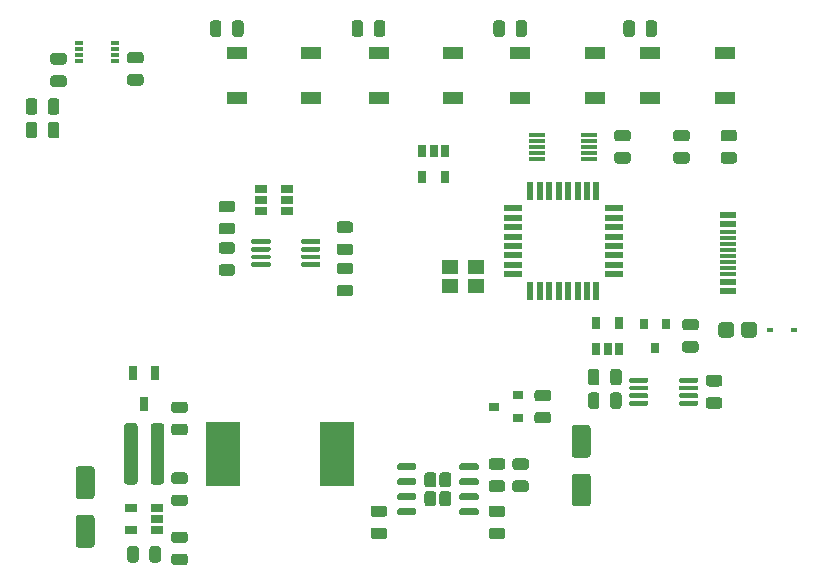
<source format=gbr>
%TF.GenerationSoftware,KiCad,Pcbnew,(5.99.0-2671-gfc0a358ba)*%
%TF.CreationDate,2020-08-29T02:36:00+05:30*%
%TF.ProjectId,Power_Supply,506f7765-725f-4537-9570-706c792e6b69,rev?*%
%TF.SameCoordinates,Original*%
%TF.FileFunction,Paste,Top*%
%TF.FilePolarity,Positive*%
%FSLAX46Y46*%
G04 Gerber Fmt 4.6, Leading zero omitted, Abs format (unit mm)*
G04 Created by KiCad (PCBNEW (5.99.0-2671-gfc0a358ba)) date 2020-08-29 02:36:00*
%MOMM*%
%LPD*%
G01*
G04 APERTURE LIST*
%ADD10R,1.400000X1.150000*%
%ADD11R,1.600000X0.550000*%
%ADD12R,0.550000X1.600000*%
%ADD13R,0.900000X0.800000*%
%ADD14R,1.700000X1.000000*%
%ADD15R,0.600000X0.450000*%
%ADD16R,0.800000X0.300000*%
%ADD17R,1.400000X0.300000*%
%ADD18R,1.450000X0.600000*%
%ADD19R,1.450000X0.300000*%
%ADD20R,2.900000X5.400000*%
%ADD21R,0.800000X0.900000*%
%ADD22R,1.060000X0.650000*%
%ADD23R,0.650000X1.060000*%
%ADD24R,0.650000X1.220000*%
G04 APERTURE END LIST*
%TO.C,C27*%
G36*
G01*
X55706250Y-19825000D02*
X54793750Y-19825000D01*
G75*
G02*
X54550000Y-19581250I0J243750D01*
G01*
X54550000Y-19093750D01*
G75*
G02*
X54793750Y-18850000I243750J0D01*
G01*
X55706250Y-18850000D01*
G75*
G02*
X55950000Y-19093750I0J-243750D01*
G01*
X55950000Y-19581250D01*
G75*
G02*
X55706250Y-19825000I-243750J0D01*
G01*
G37*
G36*
G01*
X55706250Y-17950000D02*
X54793750Y-17950000D01*
G75*
G02*
X54550000Y-17706250I0J243750D01*
G01*
X54550000Y-17218750D01*
G75*
G02*
X54793750Y-16975000I243750J0D01*
G01*
X55706250Y-16975000D01*
G75*
G02*
X55950000Y-17218750I0J-243750D01*
G01*
X55950000Y-17706250D01*
G75*
G02*
X55706250Y-17950000I-243750J0D01*
G01*
G37*
%TD*%
%TO.C,C29*%
G36*
G01*
X49206250Y-19925000D02*
X48293750Y-19925000D01*
G75*
G02*
X48050000Y-19681250I0J243750D01*
G01*
X48050000Y-19193750D01*
G75*
G02*
X48293750Y-18950000I243750J0D01*
G01*
X49206250Y-18950000D01*
G75*
G02*
X49450000Y-19193750I0J-243750D01*
G01*
X49450000Y-19681250D01*
G75*
G02*
X49206250Y-19925000I-243750J0D01*
G01*
G37*
G36*
G01*
X49206250Y-18050000D02*
X48293750Y-18050000D01*
G75*
G02*
X48050000Y-17806250I0J243750D01*
G01*
X48050000Y-17318750D01*
G75*
G02*
X48293750Y-17075000I243750J0D01*
G01*
X49206250Y-17075000D01*
G75*
G02*
X49450000Y-17318750I0J-243750D01*
G01*
X49450000Y-17806250D01*
G75*
G02*
X49206250Y-18050000I-243750J0D01*
G01*
G37*
%TD*%
%TO.C,R20*%
G36*
G01*
X73456250Y-34175000D02*
X72543750Y-34175000D01*
G75*
G02*
X72300000Y-33931250I0J243750D01*
G01*
X72300000Y-33443750D01*
G75*
G02*
X72543750Y-33200000I243750J0D01*
G01*
X73456250Y-33200000D01*
G75*
G02*
X73700000Y-33443750I0J-243750D01*
G01*
X73700000Y-33931250D01*
G75*
G02*
X73456250Y-34175000I-243750J0D01*
G01*
G37*
G36*
G01*
X73456250Y-32300000D02*
X72543750Y-32300000D01*
G75*
G02*
X72300000Y-32056250I0J243750D01*
G01*
X72300000Y-31568750D01*
G75*
G02*
X72543750Y-31325000I243750J0D01*
G01*
X73456250Y-31325000D01*
G75*
G02*
X73700000Y-31568750I0J-243750D01*
G01*
X73700000Y-32056250D01*
G75*
G02*
X73456250Y-32300000I-243750J0D01*
G01*
G37*
%TD*%
%TO.C,C6*%
G36*
G01*
X76326250Y-58225000D02*
X75413750Y-58225000D01*
G75*
G02*
X75170000Y-57981250I0J243750D01*
G01*
X75170000Y-57493750D01*
G75*
G02*
X75413750Y-57250000I243750J0D01*
G01*
X76326250Y-57250000D01*
G75*
G02*
X76570000Y-57493750I0J-243750D01*
G01*
X76570000Y-57981250D01*
G75*
G02*
X76326250Y-58225000I-243750J0D01*
G01*
G37*
G36*
G01*
X76326250Y-56350000D02*
X75413750Y-56350000D01*
G75*
G02*
X75170000Y-56106250I0J243750D01*
G01*
X75170000Y-55618750D01*
G75*
G02*
X75413750Y-55375000I243750J0D01*
G01*
X76326250Y-55375000D01*
G75*
G02*
X76570000Y-55618750I0J-243750D01*
G01*
X76570000Y-56106250D01*
G75*
G02*
X76326250Y-56350000I-243750J0D01*
G01*
G37*
%TD*%
%TO.C,R23*%
G36*
G01*
X93575000Y-44956250D02*
X93575000Y-44043750D01*
G75*
G02*
X93818750Y-43800000I243750J0D01*
G01*
X94306250Y-43800000D01*
G75*
G02*
X94550000Y-44043750I0J-243750D01*
G01*
X94550000Y-44956250D01*
G75*
G02*
X94306250Y-45200000I-243750J0D01*
G01*
X93818750Y-45200000D01*
G75*
G02*
X93575000Y-44956250I0J243750D01*
G01*
G37*
G36*
G01*
X95450000Y-44956250D02*
X95450000Y-44043750D01*
G75*
G02*
X95693750Y-43800000I243750J0D01*
G01*
X96181250Y-43800000D01*
G75*
G02*
X96425000Y-44043750I0J-243750D01*
G01*
X96425000Y-44956250D01*
G75*
G02*
X96181250Y-45200000I-243750J0D01*
G01*
X95693750Y-45200000D01*
G75*
G02*
X95450000Y-44956250I0J243750D01*
G01*
G37*
%TD*%
%TO.C,R16*%
G36*
G01*
X62543750Y-33075000D02*
X63456250Y-33075000D01*
G75*
G02*
X63700000Y-33318750I0J-243750D01*
G01*
X63700000Y-33806250D01*
G75*
G02*
X63456250Y-34050000I-243750J0D01*
G01*
X62543750Y-34050000D01*
G75*
G02*
X62300000Y-33806250I0J243750D01*
G01*
X62300000Y-33318750D01*
G75*
G02*
X62543750Y-33075000I243750J0D01*
G01*
G37*
G36*
G01*
X62543750Y-34950000D02*
X63456250Y-34950000D01*
G75*
G02*
X63700000Y-35193750I0J-243750D01*
G01*
X63700000Y-35681250D01*
G75*
G02*
X63456250Y-35925000I-243750J0D01*
G01*
X62543750Y-35925000D01*
G75*
G02*
X62300000Y-35681250I0J243750D01*
G01*
X62300000Y-35193750D01*
G75*
G02*
X62543750Y-34950000I243750J0D01*
G01*
G37*
%TD*%
%TO.C,C18*%
G36*
G01*
X59456250Y-55425000D02*
X58543750Y-55425000D01*
G75*
G02*
X58300000Y-55181250I0J243750D01*
G01*
X58300000Y-54693750D01*
G75*
G02*
X58543750Y-54450000I243750J0D01*
G01*
X59456250Y-54450000D01*
G75*
G02*
X59700000Y-54693750I0J-243750D01*
G01*
X59700000Y-55181250D01*
G75*
G02*
X59456250Y-55425000I-243750J0D01*
G01*
G37*
G36*
G01*
X59456250Y-53550000D02*
X58543750Y-53550000D01*
G75*
G02*
X58300000Y-53306250I0J243750D01*
G01*
X58300000Y-52818750D01*
G75*
G02*
X58543750Y-52575000I243750J0D01*
G01*
X59456250Y-52575000D01*
G75*
G02*
X59700000Y-52818750I0J-243750D01*
G01*
X59700000Y-53306250D01*
G75*
G02*
X59456250Y-53550000I-243750J0D01*
G01*
G37*
%TD*%
D10*
%TO.C,Y1*%
X81900000Y-36800000D03*
X84100000Y-36800000D03*
X84100000Y-35200000D03*
X81900000Y-35200000D03*
%TD*%
%TO.C,U4*%
G36*
G01*
X70925000Y-34875000D02*
X70925000Y-35075000D01*
G75*
G02*
X70825000Y-35175000I-100000J0D01*
G01*
X69400000Y-35175000D01*
G75*
G02*
X69300000Y-35075000I0J100000D01*
G01*
X69300000Y-34875000D01*
G75*
G02*
X69400000Y-34775000I100000J0D01*
G01*
X70825000Y-34775000D01*
G75*
G02*
X70925000Y-34875000I0J-100000D01*
G01*
G37*
G36*
G01*
X70925000Y-34225000D02*
X70925000Y-34425000D01*
G75*
G02*
X70825000Y-34525000I-100000J0D01*
G01*
X69400000Y-34525000D01*
G75*
G02*
X69300000Y-34425000I0J100000D01*
G01*
X69300000Y-34225000D01*
G75*
G02*
X69400000Y-34125000I100000J0D01*
G01*
X70825000Y-34125000D01*
G75*
G02*
X70925000Y-34225000I0J-100000D01*
G01*
G37*
G36*
G01*
X70925000Y-33575000D02*
X70925000Y-33775000D01*
G75*
G02*
X70825000Y-33875000I-100000J0D01*
G01*
X69400000Y-33875000D01*
G75*
G02*
X69300000Y-33775000I0J100000D01*
G01*
X69300000Y-33575000D01*
G75*
G02*
X69400000Y-33475000I100000J0D01*
G01*
X70825000Y-33475000D01*
G75*
G02*
X70925000Y-33575000I0J-100000D01*
G01*
G37*
G36*
G01*
X70925000Y-32925000D02*
X70925000Y-33125000D01*
G75*
G02*
X70825000Y-33225000I-100000J0D01*
G01*
X69400000Y-33225000D01*
G75*
G02*
X69300000Y-33125000I0J100000D01*
G01*
X69300000Y-32925000D01*
G75*
G02*
X69400000Y-32825000I100000J0D01*
G01*
X70825000Y-32825000D01*
G75*
G02*
X70925000Y-32925000I0J-100000D01*
G01*
G37*
G36*
G01*
X66700000Y-32925000D02*
X66700000Y-33125000D01*
G75*
G02*
X66600000Y-33225000I-100000J0D01*
G01*
X65175000Y-33225000D01*
G75*
G02*
X65075000Y-33125000I0J100000D01*
G01*
X65075000Y-32925000D01*
G75*
G02*
X65175000Y-32825000I100000J0D01*
G01*
X66600000Y-32825000D01*
G75*
G02*
X66700000Y-32925000I0J-100000D01*
G01*
G37*
G36*
G01*
X66700000Y-33575000D02*
X66700000Y-33775000D01*
G75*
G02*
X66600000Y-33875000I-100000J0D01*
G01*
X65175000Y-33875000D01*
G75*
G02*
X65075000Y-33775000I0J100000D01*
G01*
X65075000Y-33575000D01*
G75*
G02*
X65175000Y-33475000I100000J0D01*
G01*
X66600000Y-33475000D01*
G75*
G02*
X66700000Y-33575000I0J-100000D01*
G01*
G37*
G36*
G01*
X66700000Y-34225000D02*
X66700000Y-34425000D01*
G75*
G02*
X66600000Y-34525000I-100000J0D01*
G01*
X65175000Y-34525000D01*
G75*
G02*
X65075000Y-34425000I0J100000D01*
G01*
X65075000Y-34225000D01*
G75*
G02*
X65175000Y-34125000I100000J0D01*
G01*
X66600000Y-34125000D01*
G75*
G02*
X66700000Y-34225000I0J-100000D01*
G01*
G37*
G36*
G01*
X66700000Y-34875000D02*
X66700000Y-35075000D01*
G75*
G02*
X66600000Y-35175000I-100000J0D01*
G01*
X65175000Y-35175000D01*
G75*
G02*
X65075000Y-35075000I0J100000D01*
G01*
X65075000Y-34875000D01*
G75*
G02*
X65175000Y-34775000I100000J0D01*
G01*
X66600000Y-34775000D01*
G75*
G02*
X66700000Y-34875000I0J-100000D01*
G01*
G37*
%TD*%
D11*
%TO.C,U2*%
X87250000Y-30200000D03*
X87250000Y-31000000D03*
X87250000Y-31800000D03*
X87250000Y-32600000D03*
X87250000Y-33400000D03*
X87250000Y-34200000D03*
X87250000Y-35000000D03*
X87250000Y-35800000D03*
D12*
X88700000Y-37250000D03*
X89500000Y-37250000D03*
X90300000Y-37250000D03*
X91100000Y-37250000D03*
X91900000Y-37250000D03*
X92700000Y-37250000D03*
X93500000Y-37250000D03*
X94300000Y-37250000D03*
D11*
X95750000Y-35800000D03*
X95750000Y-35000000D03*
X95750000Y-34200000D03*
X95750000Y-33400000D03*
X95750000Y-32600000D03*
X95750000Y-31800000D03*
X95750000Y-31000000D03*
X95750000Y-30200000D03*
D12*
X94300000Y-28750000D03*
X93500000Y-28750000D03*
X92700000Y-28750000D03*
X91900000Y-28750000D03*
X91100000Y-28750000D03*
X90300000Y-28750000D03*
X89500000Y-28750000D03*
X88700000Y-28750000D03*
%TD*%
%TO.C,C28*%
G36*
G01*
X48825000Y-21143750D02*
X48825000Y-22056250D01*
G75*
G02*
X48581250Y-22300000I-243750J0D01*
G01*
X48093750Y-22300000D01*
G75*
G02*
X47850000Y-22056250I0J243750D01*
G01*
X47850000Y-21143750D01*
G75*
G02*
X48093750Y-20900000I243750J0D01*
G01*
X48581250Y-20900000D01*
G75*
G02*
X48825000Y-21143750I0J-243750D01*
G01*
G37*
G36*
G01*
X46950000Y-21143750D02*
X46950000Y-22056250D01*
G75*
G02*
X46706250Y-22300000I-243750J0D01*
G01*
X46218750Y-22300000D01*
G75*
G02*
X45975000Y-22056250I0J243750D01*
G01*
X45975000Y-21143750D01*
G75*
G02*
X46218750Y-20900000I243750J0D01*
G01*
X46706250Y-20900000D01*
G75*
G02*
X46950000Y-21143750I0J-243750D01*
G01*
G37*
%TD*%
D13*
%TO.C,Q2*%
X87620000Y-47950000D03*
X87620000Y-46050000D03*
X85620000Y-47000000D03*
%TD*%
%TO.C,C4*%
G36*
G01*
X86326250Y-58225000D02*
X85413750Y-58225000D01*
G75*
G02*
X85170000Y-57981250I0J243750D01*
G01*
X85170000Y-57493750D01*
G75*
G02*
X85413750Y-57250000I243750J0D01*
G01*
X86326250Y-57250000D01*
G75*
G02*
X86570000Y-57493750I0J-243750D01*
G01*
X86570000Y-57981250D01*
G75*
G02*
X86326250Y-58225000I-243750J0D01*
G01*
G37*
G36*
G01*
X86326250Y-56350000D02*
X85413750Y-56350000D01*
G75*
G02*
X85170000Y-56106250I0J243750D01*
G01*
X85170000Y-55618750D01*
G75*
G02*
X85413750Y-55375000I243750J0D01*
G01*
X86326250Y-55375000D01*
G75*
G02*
X86570000Y-55618750I0J-243750D01*
G01*
X86570000Y-56106250D01*
G75*
G02*
X86326250Y-56350000I-243750J0D01*
G01*
G37*
%TD*%
D14*
%TO.C,SW2*%
X87850000Y-17100000D03*
X94150000Y-17100000D03*
X94150000Y-20900000D03*
X87850000Y-20900000D03*
%TD*%
D15*
%TO.C,D4*%
X108950000Y-40500000D03*
X111050000Y-40500000D03*
%TD*%
%TO.C,R21*%
G36*
G01*
X101793750Y-39575000D02*
X102706250Y-39575000D01*
G75*
G02*
X102950000Y-39818750I0J-243750D01*
G01*
X102950000Y-40306250D01*
G75*
G02*
X102706250Y-40550000I-243750J0D01*
G01*
X101793750Y-40550000D01*
G75*
G02*
X101550000Y-40306250I0J243750D01*
G01*
X101550000Y-39818750D01*
G75*
G02*
X101793750Y-39575000I243750J0D01*
G01*
G37*
G36*
G01*
X101793750Y-41450000D02*
X102706250Y-41450000D01*
G75*
G02*
X102950000Y-41693750I0J-243750D01*
G01*
X102950000Y-42181250D01*
G75*
G02*
X102706250Y-42425000I-243750J0D01*
G01*
X101793750Y-42425000D01*
G75*
G02*
X101550000Y-42181250I0J243750D01*
G01*
X101550000Y-41693750D01*
G75*
G02*
X101793750Y-41450000I243750J0D01*
G01*
G37*
%TD*%
%TO.C,R13*%
G36*
G01*
X54300000Y-53350000D02*
X54300000Y-48650000D01*
G75*
G02*
X54550000Y-48400000I250000J0D01*
G01*
X55200000Y-48400000D01*
G75*
G02*
X55450000Y-48650000I0J-250000D01*
G01*
X55450000Y-53350000D01*
G75*
G02*
X55200000Y-53600000I-250000J0D01*
G01*
X54550000Y-53600000D01*
G75*
G02*
X54300000Y-53350000I0J250000D01*
G01*
G37*
G36*
G01*
X56550000Y-53350000D02*
X56550000Y-48650000D01*
G75*
G02*
X56800000Y-48400000I250000J0D01*
G01*
X57450000Y-48400000D01*
G75*
G02*
X57700000Y-48650000I0J-250000D01*
G01*
X57700000Y-53350000D01*
G75*
G02*
X57450000Y-53600000I-250000J0D01*
G01*
X56800000Y-53600000D01*
G75*
G02*
X56550000Y-53350000I0J250000D01*
G01*
G37*
%TD*%
%TO.C,R10*%
G36*
G01*
X61575000Y-15456250D02*
X61575000Y-14543750D01*
G75*
G02*
X61818750Y-14300000I243750J0D01*
G01*
X62306250Y-14300000D01*
G75*
G02*
X62550000Y-14543750I0J-243750D01*
G01*
X62550000Y-15456250D01*
G75*
G02*
X62306250Y-15700000I-243750J0D01*
G01*
X61818750Y-15700000D01*
G75*
G02*
X61575000Y-15456250I0J243750D01*
G01*
G37*
G36*
G01*
X63450000Y-15456250D02*
X63450000Y-14543750D01*
G75*
G02*
X63693750Y-14300000I243750J0D01*
G01*
X64181250Y-14300000D01*
G75*
G02*
X64425000Y-14543750I0J-243750D01*
G01*
X64425000Y-15456250D01*
G75*
G02*
X64181250Y-15700000I-243750J0D01*
G01*
X63693750Y-15700000D01*
G75*
G02*
X63450000Y-15456250I0J243750D01*
G01*
G37*
%TD*%
%TO.C,C1*%
G36*
G01*
X85413750Y-51375000D02*
X86326250Y-51375000D01*
G75*
G02*
X86570000Y-51618750I0J-243750D01*
G01*
X86570000Y-52106250D01*
G75*
G02*
X86326250Y-52350000I-243750J0D01*
G01*
X85413750Y-52350000D01*
G75*
G02*
X85170000Y-52106250I0J243750D01*
G01*
X85170000Y-51618750D01*
G75*
G02*
X85413750Y-51375000I243750J0D01*
G01*
G37*
G36*
G01*
X85413750Y-53250000D02*
X86326250Y-53250000D01*
G75*
G02*
X86570000Y-53493750I0J-243750D01*
G01*
X86570000Y-53981250D01*
G75*
G02*
X86326250Y-54225000I-243750J0D01*
G01*
X85413750Y-54225000D01*
G75*
G02*
X85170000Y-53981250I0J243750D01*
G01*
X85170000Y-53493750D01*
G75*
G02*
X85413750Y-53250000I243750J0D01*
G01*
G37*
%TD*%
%TO.C,C20*%
G36*
G01*
X54575000Y-59956250D02*
X54575000Y-59043750D01*
G75*
G02*
X54818750Y-58800000I243750J0D01*
G01*
X55306250Y-58800000D01*
G75*
G02*
X55550000Y-59043750I0J-243750D01*
G01*
X55550000Y-59956250D01*
G75*
G02*
X55306250Y-60200000I-243750J0D01*
G01*
X54818750Y-60200000D01*
G75*
G02*
X54575000Y-59956250I0J243750D01*
G01*
G37*
G36*
G01*
X56450000Y-59956250D02*
X56450000Y-59043750D01*
G75*
G02*
X56693750Y-58800000I243750J0D01*
G01*
X57181250Y-58800000D01*
G75*
G02*
X57425000Y-59043750I0J-243750D01*
G01*
X57425000Y-59956250D01*
G75*
G02*
X57181250Y-60200000I-243750J0D01*
G01*
X56693750Y-60200000D01*
G75*
G02*
X56450000Y-59956250I0J243750D01*
G01*
G37*
%TD*%
%TO.C,R6*%
G36*
G01*
X73575000Y-15456250D02*
X73575000Y-14543750D01*
G75*
G02*
X73818750Y-14300000I243750J0D01*
G01*
X74306250Y-14300000D01*
G75*
G02*
X74550000Y-14543750I0J-243750D01*
G01*
X74550000Y-15456250D01*
G75*
G02*
X74306250Y-15700000I-243750J0D01*
G01*
X73818750Y-15700000D01*
G75*
G02*
X73575000Y-15456250I0J243750D01*
G01*
G37*
G36*
G01*
X75450000Y-15456250D02*
X75450000Y-14543750D01*
G75*
G02*
X75693750Y-14300000I243750J0D01*
G01*
X76181250Y-14300000D01*
G75*
G02*
X76425000Y-14543750I0J-243750D01*
G01*
X76425000Y-15456250D01*
G75*
G02*
X76181250Y-15700000I-243750J0D01*
G01*
X75693750Y-15700000D01*
G75*
G02*
X75450000Y-15456250I0J243750D01*
G01*
G37*
%TD*%
D14*
%TO.C,SW1*%
X75850000Y-17100000D03*
X82150000Y-17100000D03*
X75850000Y-20900000D03*
X82150000Y-20900000D03*
%TD*%
%TO.C,R18*%
G36*
G01*
X59456250Y-60425000D02*
X58543750Y-60425000D01*
G75*
G02*
X58300000Y-60181250I0J243750D01*
G01*
X58300000Y-59693750D01*
G75*
G02*
X58543750Y-59450000I243750J0D01*
G01*
X59456250Y-59450000D01*
G75*
G02*
X59700000Y-59693750I0J-243750D01*
G01*
X59700000Y-60181250D01*
G75*
G02*
X59456250Y-60425000I-243750J0D01*
G01*
G37*
G36*
G01*
X59456250Y-58550000D02*
X58543750Y-58550000D01*
G75*
G02*
X58300000Y-58306250I0J243750D01*
G01*
X58300000Y-57818750D01*
G75*
G02*
X58543750Y-57575000I243750J0D01*
G01*
X59456250Y-57575000D01*
G75*
G02*
X59700000Y-57818750I0J-243750D01*
G01*
X59700000Y-58306250D01*
G75*
G02*
X59456250Y-58550000I-243750J0D01*
G01*
G37*
%TD*%
D16*
%TO.C,U9*%
X53550000Y-17750000D03*
X53550000Y-17250000D03*
X53550000Y-16750000D03*
X53550000Y-16250000D03*
X50450000Y-16250000D03*
X50450000Y-16750000D03*
X50450000Y-17250000D03*
X50450000Y-17750000D03*
%TD*%
%TO.C,C7*%
G36*
G01*
X51550000Y-58950000D02*
X50450000Y-58950000D01*
G75*
G02*
X50200000Y-58700000I0J250000D01*
G01*
X50200000Y-56425000D01*
G75*
G02*
X50450000Y-56175000I250000J0D01*
G01*
X51550000Y-56175000D01*
G75*
G02*
X51800000Y-56425000I0J-250000D01*
G01*
X51800000Y-58700000D01*
G75*
G02*
X51550000Y-58950000I-250000J0D01*
G01*
G37*
G36*
G01*
X51550000Y-54825000D02*
X50450000Y-54825000D01*
G75*
G02*
X50200000Y-54575000I0J250000D01*
G01*
X50200000Y-52300000D01*
G75*
G02*
X50450000Y-52050000I250000J0D01*
G01*
X51550000Y-52050000D01*
G75*
G02*
X51800000Y-52300000I0J-250000D01*
G01*
X51800000Y-54575000D01*
G75*
G02*
X51550000Y-54825000I-250000J0D01*
G01*
G37*
%TD*%
%TO.C,C35*%
G36*
G01*
X104706250Y-47175000D02*
X103793750Y-47175000D01*
G75*
G02*
X103550000Y-46931250I0J243750D01*
G01*
X103550000Y-46443750D01*
G75*
G02*
X103793750Y-46200000I243750J0D01*
G01*
X104706250Y-46200000D01*
G75*
G02*
X104950000Y-46443750I0J-243750D01*
G01*
X104950000Y-46931250D01*
G75*
G02*
X104706250Y-47175000I-243750J0D01*
G01*
G37*
G36*
G01*
X104706250Y-45300000D02*
X103793750Y-45300000D01*
G75*
G02*
X103550000Y-45056250I0J243750D01*
G01*
X103550000Y-44568750D01*
G75*
G02*
X103793750Y-44325000I243750J0D01*
G01*
X104706250Y-44325000D01*
G75*
G02*
X104950000Y-44568750I0J-243750D01*
G01*
X104950000Y-45056250D01*
G75*
G02*
X104706250Y-45300000I-243750J0D01*
G01*
G37*
%TD*%
%TO.C,R8*%
G36*
G01*
X85575000Y-15456250D02*
X85575000Y-14543750D01*
G75*
G02*
X85818750Y-14300000I243750J0D01*
G01*
X86306250Y-14300000D01*
G75*
G02*
X86550000Y-14543750I0J-243750D01*
G01*
X86550000Y-15456250D01*
G75*
G02*
X86306250Y-15700000I-243750J0D01*
G01*
X85818750Y-15700000D01*
G75*
G02*
X85575000Y-15456250I0J243750D01*
G01*
G37*
G36*
G01*
X87450000Y-15456250D02*
X87450000Y-14543750D01*
G75*
G02*
X87693750Y-14300000I243750J0D01*
G01*
X88181250Y-14300000D01*
G75*
G02*
X88425000Y-14543750I0J-243750D01*
G01*
X88425000Y-15456250D01*
G75*
G02*
X88181250Y-15700000I-243750J0D01*
G01*
X87693750Y-15700000D01*
G75*
G02*
X87450000Y-15456250I0J243750D01*
G01*
G37*
%TD*%
D14*
%TO.C,SW3*%
X105150000Y-17100000D03*
X98850000Y-17100000D03*
X105150000Y-20900000D03*
X98850000Y-20900000D03*
%TD*%
D17*
%TO.C,U7*%
X93700000Y-26000000D03*
X93700000Y-25500000D03*
X93700000Y-25000000D03*
X93700000Y-24500000D03*
X93700000Y-24000000D03*
X89300000Y-24000000D03*
X89300000Y-24500000D03*
X89300000Y-25000000D03*
X89300000Y-25500000D03*
X89300000Y-26000000D03*
%TD*%
D18*
%TO.C,J5*%
X105455000Y-37250000D03*
X105455000Y-36450000D03*
D19*
X105455000Y-35250000D03*
X105455000Y-34250000D03*
X105455000Y-33750000D03*
X105455000Y-32750000D03*
D18*
X105455000Y-31550000D03*
X105455000Y-30750000D03*
X105455000Y-30750000D03*
X105455000Y-31550000D03*
D19*
X105455000Y-32250000D03*
X105455000Y-33250000D03*
X105455000Y-34750000D03*
X105455000Y-35750000D03*
D18*
X105455000Y-36450000D03*
X105455000Y-37250000D03*
%TD*%
%TO.C,C12*%
G36*
G01*
X92450000Y-48550000D02*
X93550000Y-48550000D01*
G75*
G02*
X93800000Y-48800000I0J-250000D01*
G01*
X93800000Y-51075000D01*
G75*
G02*
X93550000Y-51325000I-250000J0D01*
G01*
X92450000Y-51325000D01*
G75*
G02*
X92200000Y-51075000I0J250000D01*
G01*
X92200000Y-48800000D01*
G75*
G02*
X92450000Y-48550000I250000J0D01*
G01*
G37*
G36*
G01*
X92450000Y-52675000D02*
X93550000Y-52675000D01*
G75*
G02*
X93800000Y-52925000I0J-250000D01*
G01*
X93800000Y-55200000D01*
G75*
G02*
X93550000Y-55450000I-250000J0D01*
G01*
X92450000Y-55450000D01*
G75*
G02*
X92200000Y-55200000I0J250000D01*
G01*
X92200000Y-52925000D01*
G75*
G02*
X92450000Y-52675000I250000J0D01*
G01*
G37*
%TD*%
%TO.C,R19*%
G36*
G01*
X73456250Y-37675000D02*
X72543750Y-37675000D01*
G75*
G02*
X72300000Y-37431250I0J243750D01*
G01*
X72300000Y-36943750D01*
G75*
G02*
X72543750Y-36700000I243750J0D01*
G01*
X73456250Y-36700000D01*
G75*
G02*
X73700000Y-36943750I0J-243750D01*
G01*
X73700000Y-37431250D01*
G75*
G02*
X73456250Y-37675000I-243750J0D01*
G01*
G37*
G36*
G01*
X73456250Y-35800000D02*
X72543750Y-35800000D01*
G75*
G02*
X72300000Y-35556250I0J243750D01*
G01*
X72300000Y-35068750D01*
G75*
G02*
X72543750Y-34825000I243750J0D01*
G01*
X73456250Y-34825000D01*
G75*
G02*
X73700000Y-35068750I0J-243750D01*
G01*
X73700000Y-35556250D01*
G75*
G02*
X73456250Y-35800000I-243750J0D01*
G01*
G37*
%TD*%
D20*
%TO.C,L1*%
X72350000Y-51000000D03*
X62650000Y-51000000D03*
%TD*%
%TO.C,F1*%
G36*
G01*
X107875000Y-40100000D02*
X107875000Y-40900000D01*
G75*
G02*
X107625000Y-41150000I-250000J0D01*
G01*
X106800000Y-41150000D01*
G75*
G02*
X106550000Y-40900000I0J250000D01*
G01*
X106550000Y-40100000D01*
G75*
G02*
X106800000Y-39850000I250000J0D01*
G01*
X107625000Y-39850000D01*
G75*
G02*
X107875000Y-40100000I0J-250000D01*
G01*
G37*
G36*
G01*
X105950000Y-40100000D02*
X105950000Y-40900000D01*
G75*
G02*
X105700000Y-41150000I-250000J0D01*
G01*
X104875000Y-41150000D01*
G75*
G02*
X104625000Y-40900000I0J250000D01*
G01*
X104625000Y-40100000D01*
G75*
G02*
X104875000Y-39850000I250000J0D01*
G01*
X105700000Y-39850000D01*
G75*
G02*
X105950000Y-40100000I0J-250000D01*
G01*
G37*
%TD*%
%TO.C,C25*%
G36*
G01*
X96956250Y-26425000D02*
X96043750Y-26425000D01*
G75*
G02*
X95800000Y-26181250I0J243750D01*
G01*
X95800000Y-25693750D01*
G75*
G02*
X96043750Y-25450000I243750J0D01*
G01*
X96956250Y-25450000D01*
G75*
G02*
X97200000Y-25693750I0J-243750D01*
G01*
X97200000Y-26181250D01*
G75*
G02*
X96956250Y-26425000I-243750J0D01*
G01*
G37*
G36*
G01*
X96956250Y-24550000D02*
X96043750Y-24550000D01*
G75*
G02*
X95800000Y-24306250I0J243750D01*
G01*
X95800000Y-23818750D01*
G75*
G02*
X96043750Y-23575000I243750J0D01*
G01*
X96956250Y-23575000D01*
G75*
G02*
X97200000Y-23818750I0J-243750D01*
G01*
X97200000Y-24306250D01*
G75*
G02*
X96956250Y-24550000I-243750J0D01*
G01*
G37*
%TD*%
D14*
%TO.C,SW4*%
X63850000Y-17100000D03*
X70150000Y-17100000D03*
X70150000Y-20900000D03*
X63850000Y-20900000D03*
%TD*%
%TO.C,D1*%
G36*
G01*
X101956250Y-26425000D02*
X101043750Y-26425000D01*
G75*
G02*
X100800000Y-26181250I0J243750D01*
G01*
X100800000Y-25693750D01*
G75*
G02*
X101043750Y-25450000I243750J0D01*
G01*
X101956250Y-25450000D01*
G75*
G02*
X102200000Y-25693750I0J-243750D01*
G01*
X102200000Y-26181250D01*
G75*
G02*
X101956250Y-26425000I-243750J0D01*
G01*
G37*
G36*
G01*
X101956250Y-24550000D02*
X101043750Y-24550000D01*
G75*
G02*
X100800000Y-24306250I0J243750D01*
G01*
X100800000Y-23818750D01*
G75*
G02*
X101043750Y-23575000I243750J0D01*
G01*
X101956250Y-23575000D01*
G75*
G02*
X102200000Y-23818750I0J-243750D01*
G01*
X102200000Y-24306250D01*
G75*
G02*
X101956250Y-24550000I-243750J0D01*
G01*
G37*
%TD*%
D21*
%TO.C,Q1*%
X100200000Y-40000000D03*
X98300000Y-40000000D03*
X99250000Y-42000000D03*
%TD*%
%TO.C,U11*%
G36*
G01*
X97075000Y-44875000D02*
X97075000Y-44675000D01*
G75*
G02*
X97175000Y-44575000I100000J0D01*
G01*
X98600000Y-44575000D01*
G75*
G02*
X98700000Y-44675000I0J-100000D01*
G01*
X98700000Y-44875000D01*
G75*
G02*
X98600000Y-44975000I-100000J0D01*
G01*
X97175000Y-44975000D01*
G75*
G02*
X97075000Y-44875000I0J100000D01*
G01*
G37*
G36*
G01*
X97075000Y-45525000D02*
X97075000Y-45325000D01*
G75*
G02*
X97175000Y-45225000I100000J0D01*
G01*
X98600000Y-45225000D01*
G75*
G02*
X98700000Y-45325000I0J-100000D01*
G01*
X98700000Y-45525000D01*
G75*
G02*
X98600000Y-45625000I-100000J0D01*
G01*
X97175000Y-45625000D01*
G75*
G02*
X97075000Y-45525000I0J100000D01*
G01*
G37*
G36*
G01*
X97075000Y-46175000D02*
X97075000Y-45975000D01*
G75*
G02*
X97175000Y-45875000I100000J0D01*
G01*
X98600000Y-45875000D01*
G75*
G02*
X98700000Y-45975000I0J-100000D01*
G01*
X98700000Y-46175000D01*
G75*
G02*
X98600000Y-46275000I-100000J0D01*
G01*
X97175000Y-46275000D01*
G75*
G02*
X97075000Y-46175000I0J100000D01*
G01*
G37*
G36*
G01*
X97075000Y-46825000D02*
X97075000Y-46625000D01*
G75*
G02*
X97175000Y-46525000I100000J0D01*
G01*
X98600000Y-46525000D01*
G75*
G02*
X98700000Y-46625000I0J-100000D01*
G01*
X98700000Y-46825000D01*
G75*
G02*
X98600000Y-46925000I-100000J0D01*
G01*
X97175000Y-46925000D01*
G75*
G02*
X97075000Y-46825000I0J100000D01*
G01*
G37*
G36*
G01*
X101300000Y-46825000D02*
X101300000Y-46625000D01*
G75*
G02*
X101400000Y-46525000I100000J0D01*
G01*
X102825000Y-46525000D01*
G75*
G02*
X102925000Y-46625000I0J-100000D01*
G01*
X102925000Y-46825000D01*
G75*
G02*
X102825000Y-46925000I-100000J0D01*
G01*
X101400000Y-46925000D01*
G75*
G02*
X101300000Y-46825000I0J100000D01*
G01*
G37*
G36*
G01*
X101300000Y-46175000D02*
X101300000Y-45975000D01*
G75*
G02*
X101400000Y-45875000I100000J0D01*
G01*
X102825000Y-45875000D01*
G75*
G02*
X102925000Y-45975000I0J-100000D01*
G01*
X102925000Y-46175000D01*
G75*
G02*
X102825000Y-46275000I-100000J0D01*
G01*
X101400000Y-46275000D01*
G75*
G02*
X101300000Y-46175000I0J100000D01*
G01*
G37*
G36*
G01*
X101300000Y-45525000D02*
X101300000Y-45325000D01*
G75*
G02*
X101400000Y-45225000I100000J0D01*
G01*
X102825000Y-45225000D01*
G75*
G02*
X102925000Y-45325000I0J-100000D01*
G01*
X102925000Y-45525000D01*
G75*
G02*
X102825000Y-45625000I-100000J0D01*
G01*
X101400000Y-45625000D01*
G75*
G02*
X101300000Y-45525000I0J100000D01*
G01*
G37*
G36*
G01*
X101300000Y-44875000D02*
X101300000Y-44675000D01*
G75*
G02*
X101400000Y-44575000I100000J0D01*
G01*
X102825000Y-44575000D01*
G75*
G02*
X102925000Y-44675000I0J-100000D01*
G01*
X102925000Y-44875000D01*
G75*
G02*
X102825000Y-44975000I-100000J0D01*
G01*
X101400000Y-44975000D01*
G75*
G02*
X101300000Y-44875000I0J100000D01*
G01*
G37*
%TD*%
%TO.C,C5*%
G36*
G01*
X87413750Y-51375000D02*
X88326250Y-51375000D01*
G75*
G02*
X88570000Y-51618750I0J-243750D01*
G01*
X88570000Y-52106250D01*
G75*
G02*
X88326250Y-52350000I-243750J0D01*
G01*
X87413750Y-52350000D01*
G75*
G02*
X87170000Y-52106250I0J243750D01*
G01*
X87170000Y-51618750D01*
G75*
G02*
X87413750Y-51375000I243750J0D01*
G01*
G37*
G36*
G01*
X87413750Y-53250000D02*
X88326250Y-53250000D01*
G75*
G02*
X88570000Y-53493750I0J-243750D01*
G01*
X88570000Y-53981250D01*
G75*
G02*
X88326250Y-54225000I-243750J0D01*
G01*
X87413750Y-54225000D01*
G75*
G02*
X87170000Y-53981250I0J243750D01*
G01*
X87170000Y-53493750D01*
G75*
G02*
X87413750Y-53250000I243750J0D01*
G01*
G37*
%TD*%
D22*
%TO.C,U6*%
X68100000Y-30450000D03*
X68100000Y-29500000D03*
X68100000Y-28550000D03*
X65900000Y-28550000D03*
X65900000Y-29500000D03*
X65900000Y-30450000D03*
%TD*%
%TO.C,U3*%
G36*
G01*
X82005000Y-54405000D02*
X82005000Y-55195000D01*
G75*
G02*
X81755000Y-55445000I-250000J0D01*
G01*
X81245000Y-55445000D01*
G75*
G02*
X80995000Y-55195000I0J250000D01*
G01*
X80995000Y-54405000D01*
G75*
G02*
X81245000Y-54155000I250000J0D01*
G01*
X81755000Y-54155000D01*
G75*
G02*
X82005000Y-54405000I0J-250000D01*
G01*
G37*
G36*
G01*
X80745000Y-54405000D02*
X80745000Y-55195000D01*
G75*
G02*
X80495000Y-55445000I-250000J0D01*
G01*
X79985000Y-55445000D01*
G75*
G02*
X79735000Y-55195000I0J250000D01*
G01*
X79735000Y-54405000D01*
G75*
G02*
X79985000Y-54155000I250000J0D01*
G01*
X80495000Y-54155000D01*
G75*
G02*
X80745000Y-54405000I0J-250000D01*
G01*
G37*
G36*
G01*
X82005000Y-52805000D02*
X82005000Y-53595000D01*
G75*
G02*
X81755000Y-53845000I-250000J0D01*
G01*
X81245000Y-53845000D01*
G75*
G02*
X80995000Y-53595000I0J250000D01*
G01*
X80995000Y-52805000D01*
G75*
G02*
X81245000Y-52555000I250000J0D01*
G01*
X81755000Y-52555000D01*
G75*
G02*
X82005000Y-52805000I0J-250000D01*
G01*
G37*
G36*
G01*
X80745000Y-52805000D02*
X80745000Y-53595000D01*
G75*
G02*
X80495000Y-53845000I-250000J0D01*
G01*
X79985000Y-53845000D01*
G75*
G02*
X79735000Y-53595000I0J250000D01*
G01*
X79735000Y-52805000D01*
G75*
G02*
X79985000Y-52555000I250000J0D01*
G01*
X80495000Y-52555000D01*
G75*
G02*
X80745000Y-52805000I0J-250000D01*
G01*
G37*
G36*
G01*
X84320000Y-55755000D02*
X84320000Y-56055000D01*
G75*
G02*
X84170000Y-56205000I-150000J0D01*
G01*
X82845000Y-56205000D01*
G75*
G02*
X82695000Y-56055000I0J150000D01*
G01*
X82695000Y-55755000D01*
G75*
G02*
X82845000Y-55605000I150000J0D01*
G01*
X84170000Y-55605000D01*
G75*
G02*
X84320000Y-55755000I0J-150000D01*
G01*
G37*
G36*
G01*
X84320000Y-54485000D02*
X84320000Y-54785000D01*
G75*
G02*
X84170000Y-54935000I-150000J0D01*
G01*
X82845000Y-54935000D01*
G75*
G02*
X82695000Y-54785000I0J150000D01*
G01*
X82695000Y-54485000D01*
G75*
G02*
X82845000Y-54335000I150000J0D01*
G01*
X84170000Y-54335000D01*
G75*
G02*
X84320000Y-54485000I0J-150000D01*
G01*
G37*
G36*
G01*
X84320000Y-53215000D02*
X84320000Y-53515000D01*
G75*
G02*
X84170000Y-53665000I-150000J0D01*
G01*
X82845000Y-53665000D01*
G75*
G02*
X82695000Y-53515000I0J150000D01*
G01*
X82695000Y-53215000D01*
G75*
G02*
X82845000Y-53065000I150000J0D01*
G01*
X84170000Y-53065000D01*
G75*
G02*
X84320000Y-53215000I0J-150000D01*
G01*
G37*
G36*
G01*
X84320000Y-51945000D02*
X84320000Y-52245000D01*
G75*
G02*
X84170000Y-52395000I-150000J0D01*
G01*
X82845000Y-52395000D01*
G75*
G02*
X82695000Y-52245000I0J150000D01*
G01*
X82695000Y-51945000D01*
G75*
G02*
X82845000Y-51795000I150000J0D01*
G01*
X84170000Y-51795000D01*
G75*
G02*
X84320000Y-51945000I0J-150000D01*
G01*
G37*
G36*
G01*
X79045000Y-51945000D02*
X79045000Y-52245000D01*
G75*
G02*
X78895000Y-52395000I-150000J0D01*
G01*
X77570000Y-52395000D01*
G75*
G02*
X77420000Y-52245000I0J150000D01*
G01*
X77420000Y-51945000D01*
G75*
G02*
X77570000Y-51795000I150000J0D01*
G01*
X78895000Y-51795000D01*
G75*
G02*
X79045000Y-51945000I0J-150000D01*
G01*
G37*
G36*
G01*
X79045000Y-53215000D02*
X79045000Y-53515000D01*
G75*
G02*
X78895000Y-53665000I-150000J0D01*
G01*
X77570000Y-53665000D01*
G75*
G02*
X77420000Y-53515000I0J150000D01*
G01*
X77420000Y-53215000D01*
G75*
G02*
X77570000Y-53065000I150000J0D01*
G01*
X78895000Y-53065000D01*
G75*
G02*
X79045000Y-53215000I0J-150000D01*
G01*
G37*
G36*
G01*
X79045000Y-54485000D02*
X79045000Y-54785000D01*
G75*
G02*
X78895000Y-54935000I-150000J0D01*
G01*
X77570000Y-54935000D01*
G75*
G02*
X77420000Y-54785000I0J150000D01*
G01*
X77420000Y-54485000D01*
G75*
G02*
X77570000Y-54335000I150000J0D01*
G01*
X78895000Y-54335000D01*
G75*
G02*
X79045000Y-54485000I0J-150000D01*
G01*
G37*
G36*
G01*
X79045000Y-55755000D02*
X79045000Y-56055000D01*
G75*
G02*
X78895000Y-56205000I-150000J0D01*
G01*
X77570000Y-56205000D01*
G75*
G02*
X77420000Y-56055000I0J150000D01*
G01*
X77420000Y-55755000D01*
G75*
G02*
X77570000Y-55605000I150000J0D01*
G01*
X78895000Y-55605000D01*
G75*
G02*
X79045000Y-55755000I0J-150000D01*
G01*
G37*
%TD*%
%TO.C,U5*%
X57100000Y-57450000D03*
X57100000Y-56500000D03*
X57100000Y-55550000D03*
X54900000Y-55550000D03*
X54900000Y-57450000D03*
%TD*%
%TO.C,C30*%
G36*
G01*
X48825000Y-23143750D02*
X48825000Y-24056250D01*
G75*
G02*
X48581250Y-24300000I-243750J0D01*
G01*
X48093750Y-24300000D01*
G75*
G02*
X47850000Y-24056250I0J243750D01*
G01*
X47850000Y-23143750D01*
G75*
G02*
X48093750Y-22900000I243750J0D01*
G01*
X48581250Y-22900000D01*
G75*
G02*
X48825000Y-23143750I0J-243750D01*
G01*
G37*
G36*
G01*
X46950000Y-23143750D02*
X46950000Y-24056250D01*
G75*
G02*
X46706250Y-24300000I-243750J0D01*
G01*
X46218750Y-24300000D01*
G75*
G02*
X45975000Y-24056250I0J243750D01*
G01*
X45975000Y-23143750D01*
G75*
G02*
X46218750Y-22900000I243750J0D01*
G01*
X46706250Y-22900000D01*
G75*
G02*
X46950000Y-23143750I0J-243750D01*
G01*
G37*
%TD*%
D23*
%TO.C,U8*%
X81450000Y-25400000D03*
X80500000Y-25400000D03*
X79550000Y-25400000D03*
X79550000Y-27600000D03*
X81450000Y-27600000D03*
%TD*%
%TO.C,D2*%
G36*
G01*
X105956250Y-26425000D02*
X105043750Y-26425000D01*
G75*
G02*
X104800000Y-26181250I0J243750D01*
G01*
X104800000Y-25693750D01*
G75*
G02*
X105043750Y-25450000I243750J0D01*
G01*
X105956250Y-25450000D01*
G75*
G02*
X106200000Y-25693750I0J-243750D01*
G01*
X106200000Y-26181250D01*
G75*
G02*
X105956250Y-26425000I-243750J0D01*
G01*
G37*
G36*
G01*
X105956250Y-24550000D02*
X105043750Y-24550000D01*
G75*
G02*
X104800000Y-24306250I0J243750D01*
G01*
X104800000Y-23818750D01*
G75*
G02*
X105043750Y-23575000I243750J0D01*
G01*
X105956250Y-23575000D01*
G75*
G02*
X106200000Y-23818750I0J-243750D01*
G01*
X106200000Y-24306250D01*
G75*
G02*
X105956250Y-24550000I-243750J0D01*
G01*
G37*
%TD*%
%TO.C,U1*%
X94300000Y-42100000D03*
X95250000Y-42100000D03*
X96200000Y-42100000D03*
X96200000Y-39900000D03*
X94300000Y-39900000D03*
%TD*%
%TO.C,R24*%
G36*
G01*
X93575000Y-46956250D02*
X93575000Y-46043750D01*
G75*
G02*
X93818750Y-45800000I243750J0D01*
G01*
X94306250Y-45800000D01*
G75*
G02*
X94550000Y-46043750I0J-243750D01*
G01*
X94550000Y-46956250D01*
G75*
G02*
X94306250Y-47200000I-243750J0D01*
G01*
X93818750Y-47200000D01*
G75*
G02*
X93575000Y-46956250I0J243750D01*
G01*
G37*
G36*
G01*
X95450000Y-46956250D02*
X95450000Y-46043750D01*
G75*
G02*
X95693750Y-45800000I243750J0D01*
G01*
X96181250Y-45800000D01*
G75*
G02*
X96425000Y-46043750I0J-243750D01*
G01*
X96425000Y-46956250D01*
G75*
G02*
X96181250Y-47200000I-243750J0D01*
G01*
X95693750Y-47200000D01*
G75*
G02*
X95450000Y-46956250I0J243750D01*
G01*
G37*
%TD*%
%TO.C,R9*%
G36*
G01*
X96575000Y-15456250D02*
X96575000Y-14543750D01*
G75*
G02*
X96818750Y-14300000I243750J0D01*
G01*
X97306250Y-14300000D01*
G75*
G02*
X97550000Y-14543750I0J-243750D01*
G01*
X97550000Y-15456250D01*
G75*
G02*
X97306250Y-15700000I-243750J0D01*
G01*
X96818750Y-15700000D01*
G75*
G02*
X96575000Y-15456250I0J243750D01*
G01*
G37*
G36*
G01*
X98450000Y-15456250D02*
X98450000Y-14543750D01*
G75*
G02*
X98693750Y-14300000I243750J0D01*
G01*
X99181250Y-14300000D01*
G75*
G02*
X99425000Y-14543750I0J-243750D01*
G01*
X99425000Y-15456250D01*
G75*
G02*
X99181250Y-15700000I-243750J0D01*
G01*
X98693750Y-15700000D01*
G75*
G02*
X98450000Y-15456250I0J243750D01*
G01*
G37*
%TD*%
%TO.C,C16*%
G36*
G01*
X58543750Y-46575000D02*
X59456250Y-46575000D01*
G75*
G02*
X59700000Y-46818750I0J-243750D01*
G01*
X59700000Y-47306250D01*
G75*
G02*
X59456250Y-47550000I-243750J0D01*
G01*
X58543750Y-47550000D01*
G75*
G02*
X58300000Y-47306250I0J243750D01*
G01*
X58300000Y-46818750D01*
G75*
G02*
X58543750Y-46575000I243750J0D01*
G01*
G37*
G36*
G01*
X58543750Y-48450000D02*
X59456250Y-48450000D01*
G75*
G02*
X59700000Y-48693750I0J-243750D01*
G01*
X59700000Y-49181250D01*
G75*
G02*
X59456250Y-49425000I-243750J0D01*
G01*
X58543750Y-49425000D01*
G75*
G02*
X58300000Y-49181250I0J243750D01*
G01*
X58300000Y-48693750D01*
G75*
G02*
X58543750Y-48450000I243750J0D01*
G01*
G37*
%TD*%
%TO.C,R22*%
G36*
G01*
X90206250Y-48425000D02*
X89293750Y-48425000D01*
G75*
G02*
X89050000Y-48181250I0J243750D01*
G01*
X89050000Y-47693750D01*
G75*
G02*
X89293750Y-47450000I243750J0D01*
G01*
X90206250Y-47450000D01*
G75*
G02*
X90450000Y-47693750I0J-243750D01*
G01*
X90450000Y-48181250D01*
G75*
G02*
X90206250Y-48425000I-243750J0D01*
G01*
G37*
G36*
G01*
X90206250Y-46550000D02*
X89293750Y-46550000D01*
G75*
G02*
X89050000Y-46306250I0J243750D01*
G01*
X89050000Y-45818750D01*
G75*
G02*
X89293750Y-45575000I243750J0D01*
G01*
X90206250Y-45575000D01*
G75*
G02*
X90450000Y-45818750I0J-243750D01*
G01*
X90450000Y-46306250D01*
G75*
G02*
X90206250Y-46550000I-243750J0D01*
G01*
G37*
%TD*%
%TO.C,R17*%
G36*
G01*
X62543750Y-29575000D02*
X63456250Y-29575000D01*
G75*
G02*
X63700000Y-29818750I0J-243750D01*
G01*
X63700000Y-30306250D01*
G75*
G02*
X63456250Y-30550000I-243750J0D01*
G01*
X62543750Y-30550000D01*
G75*
G02*
X62300000Y-30306250I0J243750D01*
G01*
X62300000Y-29818750D01*
G75*
G02*
X62543750Y-29575000I243750J0D01*
G01*
G37*
G36*
G01*
X62543750Y-31450000D02*
X63456250Y-31450000D01*
G75*
G02*
X63700000Y-31693750I0J-243750D01*
G01*
X63700000Y-32181250D01*
G75*
G02*
X63456250Y-32425000I-243750J0D01*
G01*
X62543750Y-32425000D01*
G75*
G02*
X62300000Y-32181250I0J243750D01*
G01*
X62300000Y-31693750D01*
G75*
G02*
X62543750Y-31450000I243750J0D01*
G01*
G37*
%TD*%
D24*
%TO.C,D3*%
X56950000Y-44190000D03*
X55050000Y-44190000D03*
X56000000Y-46810000D03*
%TD*%
M02*

</source>
